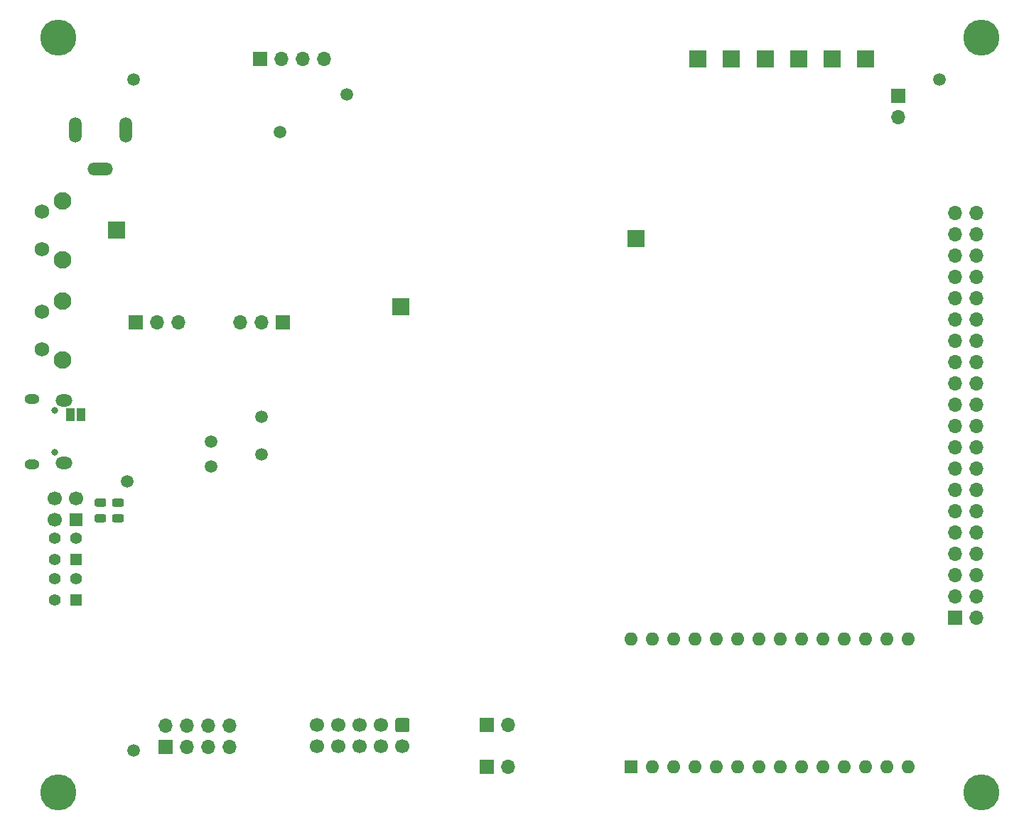
<source format=gbr>
%TF.GenerationSoftware,KiCad,Pcbnew,(5.1.6)-1*%
%TF.CreationDate,2020-07-06T11:54:38-04:00*%
%TF.ProjectId,hd6309sbc_v2,68643633-3039-4736-9263-5f76322e6b69,rev?*%
%TF.SameCoordinates,Original*%
%TF.FileFunction,Soldermask,Bot*%
%TF.FilePolarity,Negative*%
%FSLAX46Y46*%
G04 Gerber Fmt 4.6, Leading zero omitted, Abs format (unit mm)*
G04 Created by KiCad (PCBNEW (5.1.6)-1) date 2020-07-06 11:54:38*
%MOMM*%
%LPD*%
G01*
G04 APERTURE LIST*
%ADD10C,1.500000*%
%ADD11O,3.016000X1.508000*%
%ADD12O,1.508000X3.016000*%
%ADD13R,2.000000X2.000000*%
%ADD14O,0.800000X0.800000*%
%ADD15O,1.800000X1.150000*%
%ADD16O,2.000000X1.450000*%
%ADD17R,1.700000X1.700000*%
%ADD18O,1.700000X1.700000*%
%ADD19R,1.000000X1.500000*%
%ADD20R,1.650000X1.650000*%
%ADD21C,1.700000*%
%ADD22R,1.600000X1.600000*%
%ADD23O,1.600000X1.600000*%
%ADD24C,1.408000*%
%ADD25R,1.408000X1.408000*%
%ADD26C,4.300000*%
%ADD27C,2.100000*%
%ADD28C,1.750000*%
G04 APERTURE END LIST*
D10*
%TO.C,TP4*%
X89400000Y-61800000D03*
%TD*%
D11*
%TO.C,J3*%
X60000000Y-70700000D03*
D12*
X57000000Y-66000000D03*
X63000000Y-66000000D03*
%TD*%
D13*
%TO.C,TP15*%
X123800000Y-79000000D03*
%TD*%
D14*
%TO.C,J4*%
X54600000Y-104500000D03*
X54600000Y-99500000D03*
D15*
X51850000Y-105875000D03*
X51850000Y-98125000D03*
D16*
X55650000Y-105725000D03*
X55650000Y-98275000D03*
%TD*%
D17*
%TO.C,J2*%
X161874200Y-124155200D03*
D18*
X164414200Y-124155200D03*
X161874200Y-121615200D03*
X164414200Y-121615200D03*
X161874200Y-119075200D03*
X164414200Y-119075200D03*
X161874200Y-116535200D03*
X164414200Y-116535200D03*
X161874200Y-113995200D03*
X164414200Y-113995200D03*
X161874200Y-111455200D03*
X164414200Y-111455200D03*
X161874200Y-108915200D03*
X164414200Y-108915200D03*
X161874200Y-106375200D03*
X164414200Y-106375200D03*
X161874200Y-103835200D03*
X164414200Y-103835200D03*
X161874200Y-101295200D03*
X164414200Y-101295200D03*
X161874200Y-98755200D03*
X164414200Y-98755200D03*
X161874200Y-96215200D03*
X164414200Y-96215200D03*
X161874200Y-93675200D03*
X164414200Y-93675200D03*
X161874200Y-91135200D03*
X164414200Y-91135200D03*
X161874200Y-88595200D03*
X164414200Y-88595200D03*
X161874200Y-86055200D03*
X164414200Y-86055200D03*
X161874200Y-83515200D03*
X164414200Y-83515200D03*
X161874200Y-80975200D03*
X164414200Y-80975200D03*
X161874200Y-78435200D03*
X164414200Y-78435200D03*
X161874200Y-75895200D03*
X164414200Y-75895200D03*
%TD*%
D10*
%TO.C,STENCIL1*%
X64000000Y-140000000D03*
%TD*%
%TO.C,STENCIL1*%
X64000000Y-60000000D03*
%TD*%
%TO.C,STENCIL1*%
X160000000Y-60000000D03*
%TD*%
D19*
%TO.C,SB1*%
X57700000Y-100000000D03*
X56400000Y-100000000D03*
%TD*%
%TO.C,C28*%
G36*
G01*
X59543750Y-111850000D02*
X60456250Y-111850000D01*
G75*
G02*
X60700000Y-112093750I0J-243750D01*
G01*
X60700000Y-112581250D01*
G75*
G02*
X60456250Y-112825000I-243750J0D01*
G01*
X59543750Y-112825000D01*
G75*
G02*
X59300000Y-112581250I0J243750D01*
G01*
X59300000Y-112093750D01*
G75*
G02*
X59543750Y-111850000I243750J0D01*
G01*
G37*
G36*
G01*
X59543750Y-109975000D02*
X60456250Y-109975000D01*
G75*
G02*
X60700000Y-110218750I0J-243750D01*
G01*
X60700000Y-110706250D01*
G75*
G02*
X60456250Y-110950000I-243750J0D01*
G01*
X59543750Y-110950000D01*
G75*
G02*
X59300000Y-110706250I0J243750D01*
G01*
X59300000Y-110218750D01*
G75*
G02*
X59543750Y-109975000I243750J0D01*
G01*
G37*
%TD*%
D20*
%TO.C,D3*%
X57115000Y-112470000D03*
D21*
X54575000Y-109930000D03*
X54575000Y-112470000D03*
X57115000Y-109930000D03*
%TD*%
%TO.C,R28*%
G36*
G01*
X62556250Y-110950000D02*
X61643750Y-110950000D01*
G75*
G02*
X61400000Y-110706250I0J243750D01*
G01*
X61400000Y-110218750D01*
G75*
G02*
X61643750Y-109975000I243750J0D01*
G01*
X62556250Y-109975000D01*
G75*
G02*
X62800000Y-110218750I0J-243750D01*
G01*
X62800000Y-110706250D01*
G75*
G02*
X62556250Y-110950000I-243750J0D01*
G01*
G37*
G36*
G01*
X62556250Y-112825000D02*
X61643750Y-112825000D01*
G75*
G02*
X61400000Y-112581250I0J243750D01*
G01*
X61400000Y-112093750D01*
G75*
G02*
X61643750Y-111850000I243750J0D01*
G01*
X62556250Y-111850000D01*
G75*
G02*
X62800000Y-112093750I0J-243750D01*
G01*
X62800000Y-112581250D01*
G75*
G02*
X62556250Y-112825000I-243750J0D01*
G01*
G37*
%TD*%
D22*
%TO.C,U3*%
X123200000Y-142000000D03*
D23*
X156220000Y-126760000D03*
X125740000Y-142000000D03*
X153680000Y-126760000D03*
X128280000Y-142000000D03*
X151140000Y-126760000D03*
X130820000Y-142000000D03*
X148600000Y-126760000D03*
X133360000Y-142000000D03*
X146060000Y-126760000D03*
X135900000Y-142000000D03*
X143520000Y-126760000D03*
X138440000Y-142000000D03*
X140980000Y-126760000D03*
X140980000Y-142000000D03*
X138440000Y-126760000D03*
X143520000Y-142000000D03*
X135900000Y-126760000D03*
X146060000Y-142000000D03*
X133360000Y-126760000D03*
X148600000Y-142000000D03*
X130820000Y-126760000D03*
X151140000Y-142000000D03*
X128280000Y-126760000D03*
X153680000Y-142000000D03*
X125740000Y-126760000D03*
X156220000Y-142000000D03*
X123200000Y-126760000D03*
%TD*%
D10*
%TO.C,TP8*%
X79200000Y-100200000D03*
%TD*%
%TO.C,TP9*%
X73200000Y-106200000D03*
%TD*%
D24*
%TO.C,D1*%
X57115000Y-119530000D03*
X54575000Y-122070000D03*
X54575000Y-119530000D03*
D25*
X57115000Y-122070000D03*
%TD*%
%TO.C,D2*%
X57115000Y-117270000D03*
D24*
X54575000Y-114730000D03*
X54575000Y-117270000D03*
X57115000Y-114730000D03*
%TD*%
D26*
%TO.C,H1*%
X55000000Y-55000000D03*
%TD*%
%TO.C,H2*%
X55000000Y-145000000D03*
%TD*%
%TO.C,H3*%
X165000000Y-55000000D03*
%TD*%
%TO.C,H4*%
X165000000Y-145000000D03*
%TD*%
%TO.C,J5*%
G36*
G01*
X95400000Y-136150000D02*
X96600000Y-136150000D01*
G75*
G02*
X96850000Y-136400000I0J-250000D01*
G01*
X96850000Y-137600000D01*
G75*
G02*
X96600000Y-137850000I-250000J0D01*
G01*
X95400000Y-137850000D01*
G75*
G02*
X95150000Y-137600000I0J250000D01*
G01*
X95150000Y-136400000D01*
G75*
G02*
X95400000Y-136150000I250000J0D01*
G01*
G37*
D21*
X93460000Y-137000000D03*
X90920000Y-137000000D03*
X88380000Y-137000000D03*
X85840000Y-137000000D03*
X96000000Y-139540000D03*
X93460000Y-139540000D03*
X90920000Y-139540000D03*
X88380000Y-139540000D03*
X85840000Y-139540000D03*
%TD*%
D17*
%TO.C,J7*%
X79000000Y-57600000D03*
D18*
X81540000Y-57600000D03*
X84080000Y-57600000D03*
X86620000Y-57600000D03*
%TD*%
%TO.C,JP1*%
X76670000Y-89000000D03*
X79210000Y-89000000D03*
D17*
X81750000Y-89000000D03*
%TD*%
%TO.C,JP2*%
X106000000Y-142000000D03*
D18*
X108540000Y-142000000D03*
%TD*%
%TO.C,JP3*%
X108540000Y-137000000D03*
D17*
X106000000Y-137000000D03*
%TD*%
%TO.C,JP4*%
X64200000Y-89000000D03*
D18*
X66740000Y-89000000D03*
X69280000Y-89000000D03*
%TD*%
D13*
%TO.C,TP2*%
X131200000Y-57600000D03*
%TD*%
%TO.C,TP7*%
X95800000Y-87100000D03*
%TD*%
%TO.C,TP1*%
X143200000Y-57600000D03*
%TD*%
%TO.C,TP6*%
X61900000Y-78000000D03*
%TD*%
D10*
%TO.C,TP3*%
X63200000Y-107900000D03*
%TD*%
%TO.C,TP5*%
X81400000Y-66300000D03*
%TD*%
D13*
%TO.C,TP11*%
X139200000Y-57600000D03*
%TD*%
%TO.C,TP12*%
X147200000Y-57600000D03*
%TD*%
%TO.C,TP13*%
X151200000Y-57600000D03*
%TD*%
%TO.C,TP14*%
X135200000Y-57600000D03*
%TD*%
D18*
%TO.C,J9*%
X155100000Y-64540000D03*
D17*
X155100000Y-62000000D03*
%TD*%
D10*
%TO.C,TP10*%
X73200000Y-103200000D03*
%TD*%
D17*
%TO.C,J1*%
X67800000Y-139600000D03*
D18*
X67800000Y-137060000D03*
X70340000Y-139600000D03*
X70340000Y-137060000D03*
X72880000Y-139600000D03*
X72880000Y-137060000D03*
X75420000Y-139600000D03*
X75420000Y-137060000D03*
%TD*%
D10*
%TO.C,TP16*%
X79200000Y-104700000D03*
%TD*%
D27*
%TO.C,SW1*%
X55500000Y-81510000D03*
D28*
X53010000Y-80260000D03*
X53010000Y-75760000D03*
D27*
X55500000Y-74500000D03*
%TD*%
%TO.C,SW2*%
X55490000Y-86440000D03*
D28*
X53000000Y-87700000D03*
X53000000Y-92200000D03*
D27*
X55490000Y-93450000D03*
%TD*%
M02*

</source>
